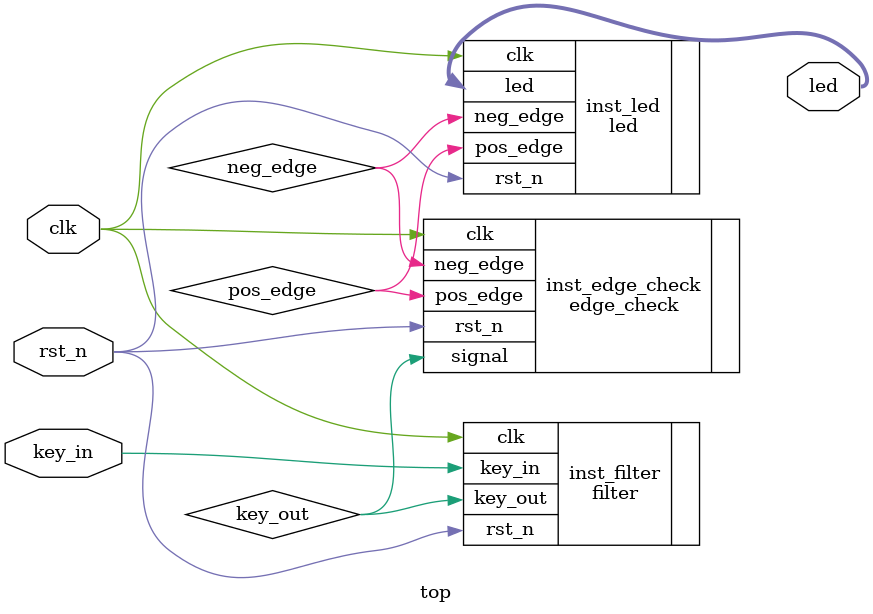
<source format=v>
module top (
	input clk,    // Clock
	input key_in, // Clock Enable
	input rst_n,
	output [1:0]led  // Asynchronous reset active low
	
);

	wire key_out;
	wire pos_edge;
	wire neg_edge;

	led inst_led (
		.clk(clk), 
		.rst_n(rst_n), 
		.pos_edge(pos_edge), 
		.neg_edge(neg_edge), 
		.led(led));

	// check_edge #(
	// 		.N(N)
	// 	) inst_check_edge (
	// 		.clk      (clk),
	// 		.rst_n    (rst_n),
	// 		.D_signal (D_signal),
	// 		.pos_edge (pos_edge),
	// 		.neg_edge (neg_edge)
	// 	);

// check_edge  inst_check_edge (
// 			.clk      (clk),
// 			.rst_n    (rst_n),
// 			.D_signal (key_out),
// 			.pos_edge (pos_edge),
// 			.neg_edge (neg_edge)
// 		);

	edge_check inst_edge_check
		(
			.clk      (clk),
			.signal   (key_out),
			.rst_n    (rst_n),
			.pos_edge (pos_edge),
			.neg_edge (neg_edge)
		);


	// filter #(
	// 		.cnt_num(5)
	// 	) inst_filter (
	// 		.clk     (clk),
	// 		.rst_n   (rst_n),
	// 		.key_in  (key_in),
	// 		.key_out (key_out)
	// 	);

		filter  inst_filter (
			.clk     (clk),
			.rst_n   (rst_n),
			.key_in  (key_in),
			.key_out (key_out)
		);




endmodule
</source>
